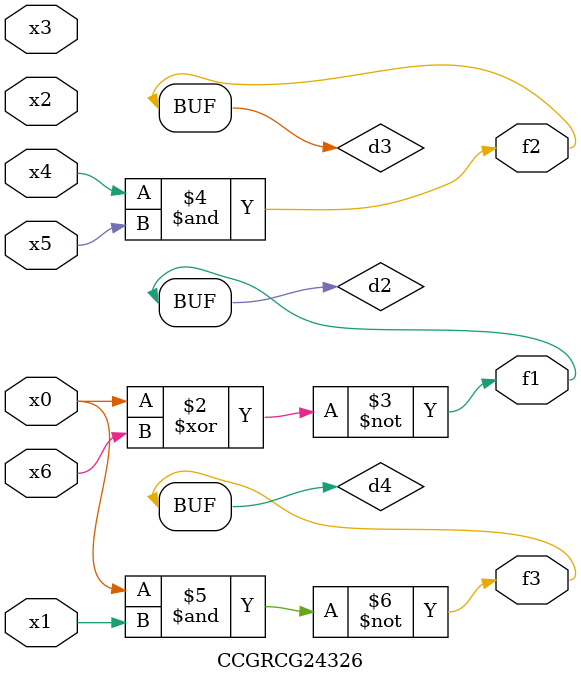
<source format=v>
module CCGRCG24326(
	input x0, x1, x2, x3, x4, x5, x6,
	output f1, f2, f3
);

	wire d1, d2, d3, d4;

	nor (d1, x0);
	xnor (d2, x0, x6);
	and (d3, x4, x5);
	nand (d4, x0, x1);
	assign f1 = d2;
	assign f2 = d3;
	assign f3 = d4;
endmodule

</source>
